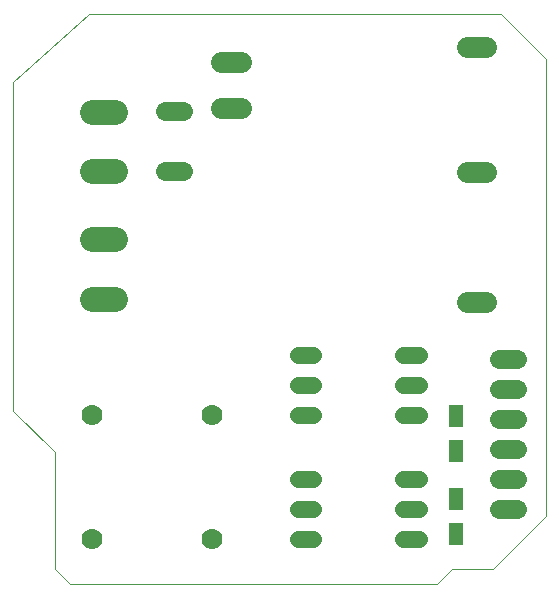
<source format=gbs>
G75*
%MOIN*%
%OFA0B0*%
%FSLAX25Y25*%
%IPPOS*%
%LPD*%
%AMOC8*
5,1,8,0,0,1.08239X$1,22.5*
%
%ADD10C,0.00000*%
%ADD11C,0.08200*%
%ADD12C,0.06400*%
%ADD13C,0.06896*%
%ADD14C,0.05600*%
%ADD15C,0.07000*%
%ADD16R,0.05124X0.07487*%
D10*
X0189911Y0200358D02*
X0176161Y0214108D01*
X0176161Y0323988D01*
X0201321Y0346608D01*
X0338661Y0346608D01*
X0353661Y0331608D01*
X0353661Y0179108D01*
X0336161Y0161608D01*
X0322411Y0161608D01*
X0317411Y0156608D01*
X0194911Y0156608D01*
X0189911Y0161608D01*
X0189911Y0200358D01*
D11*
X0202261Y0251628D02*
X0210061Y0251628D01*
X0210061Y0271428D02*
X0202261Y0271428D01*
X0202261Y0294088D02*
X0210061Y0294088D01*
X0210061Y0313888D02*
X0202261Y0313888D01*
D12*
X0226871Y0314028D02*
X0232871Y0314028D01*
X0232871Y0294028D02*
X0226871Y0294028D01*
X0338161Y0231608D02*
X0344161Y0231608D01*
X0344161Y0221608D02*
X0338161Y0221608D01*
X0338161Y0211608D02*
X0344161Y0211608D01*
X0344161Y0201608D02*
X0338161Y0201608D01*
X0338161Y0191608D02*
X0344161Y0191608D01*
X0344161Y0181608D02*
X0338161Y0181608D01*
D13*
X0333765Y0250594D02*
X0327269Y0250594D01*
X0327269Y0293861D02*
X0333765Y0293861D01*
X0333765Y0335594D02*
X0327269Y0335594D01*
X0252033Y0330515D02*
X0245537Y0330515D01*
X0245537Y0315160D02*
X0252033Y0315160D01*
D14*
X0270961Y0232858D02*
X0276161Y0232858D01*
X0276161Y0222858D02*
X0270961Y0222858D01*
X0270961Y0212858D02*
X0276161Y0212858D01*
X0276161Y0191608D02*
X0270961Y0191608D01*
X0270961Y0181608D02*
X0276161Y0181608D01*
X0276161Y0171608D02*
X0270961Y0171608D01*
X0306161Y0171608D02*
X0311361Y0171608D01*
X0311361Y0181608D02*
X0306161Y0181608D01*
X0306161Y0191608D02*
X0311361Y0191608D01*
X0311361Y0212858D02*
X0306161Y0212858D01*
X0306161Y0222858D02*
X0311361Y0222858D01*
X0311361Y0232858D02*
X0306161Y0232858D01*
D15*
X0242411Y0212858D03*
X0242411Y0171608D03*
X0202411Y0171608D03*
X0202411Y0212858D03*
D16*
X0323661Y0212509D03*
X0323661Y0200706D03*
X0323661Y0185009D03*
X0323661Y0173206D03*
M02*

</source>
